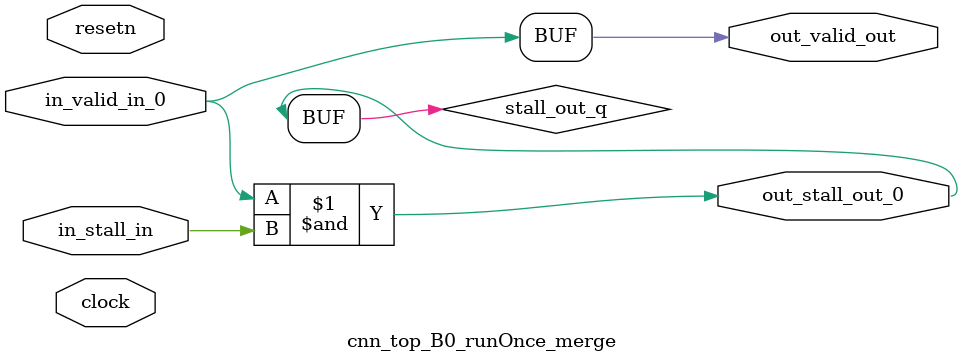
<source format=sv>



(* altera_attribute = "-name AUTO_SHIFT_REGISTER_RECOGNITION OFF; -name MESSAGE_DISABLE 10036; -name MESSAGE_DISABLE 10037; -name MESSAGE_DISABLE 14130; -name MESSAGE_DISABLE 14320; -name MESSAGE_DISABLE 15400; -name MESSAGE_DISABLE 14130; -name MESSAGE_DISABLE 10036; -name MESSAGE_DISABLE 12020; -name MESSAGE_DISABLE 12030; -name MESSAGE_DISABLE 12010; -name MESSAGE_DISABLE 12110; -name MESSAGE_DISABLE 14320; -name MESSAGE_DISABLE 13410; -name MESSAGE_DISABLE 113007; -name MESSAGE_DISABLE 10958" *)
module cnn_top_B0_runOnce_merge (
    input wire [0:0] in_stall_in,
    input wire [0:0] in_valid_in_0,
    output wire [0:0] out_stall_out_0,
    output wire [0:0] out_valid_out,
    input wire clock,
    input wire resetn
    );

    wire [0:0] stall_out_q;


    // stall_out(LOGICAL,6)
    assign stall_out_q = in_valid_in_0 & in_stall_in;

    // out_stall_out_0(GPOUT,4)
    assign out_stall_out_0 = stall_out_q;

    // out_valid_out(GPOUT,5)
    assign out_valid_out = in_valid_in_0;

endmodule

</source>
